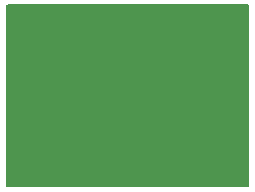
<source format=gbr>
%TF.GenerationSoftware,KiCad,Pcbnew,(6.0.0)*%
%TF.CreationDate,2022-12-04T22:02:27+01:00*%
%TF.ProjectId,SOT23 Breakout,534f5432-3320-4427-9265-616b6f75742e,rev?*%
%TF.SameCoordinates,Original*%
%TF.FileFunction,Soldermask,Bot*%
%TF.FilePolarity,Negative*%
%FSLAX46Y46*%
G04 Gerber Fmt 4.6, Leading zero omitted, Abs format (unit mm)*
G04 Created by KiCad (PCBNEW (6.0.0)) date 2022-12-04 22:02:27*
%MOMM*%
%LPD*%
G01*
G04 APERTURE LIST*
G04 APERTURE END LIST*
G36*
X157549121Y-93873002D02*
G01*
X157595614Y-93926658D01*
X157607000Y-93979000D01*
X157607000Y-109221000D01*
X157586998Y-109289121D01*
X157533342Y-109335614D01*
X157481000Y-109347000D01*
X137159000Y-109347000D01*
X137090879Y-109326998D01*
X137044386Y-109273342D01*
X137033000Y-109221000D01*
X137033000Y-93979000D01*
X137053002Y-93910879D01*
X137106658Y-93864386D01*
X137159000Y-93853000D01*
X157481000Y-93853000D01*
X157549121Y-93873002D01*
G37*
M02*

</source>
